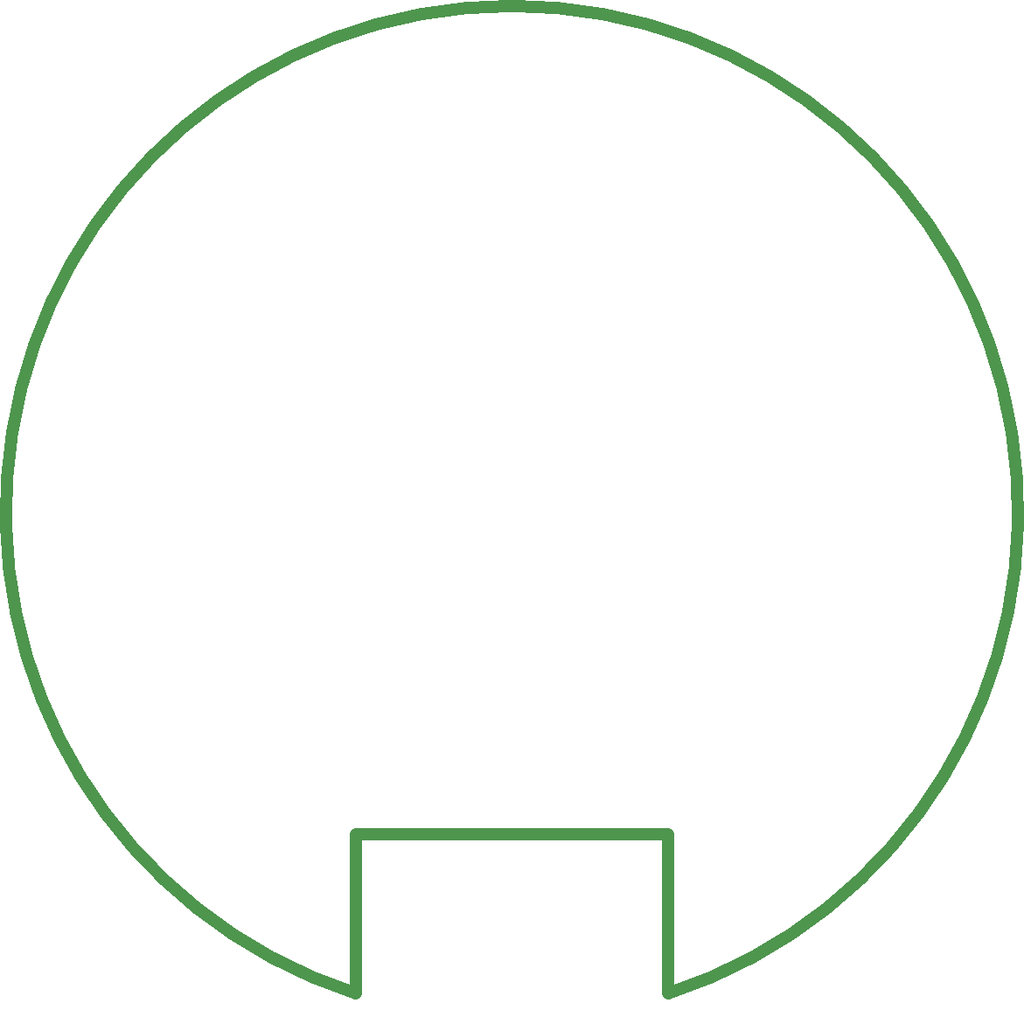
<source format=gko>
G04 Layer_Color=16720538*
%FSLAX24Y24*%
%MOIN*%
G70*
G01*
G75*
%ADD60C,0.0472*%
D60*
X35952Y11100D02*
G03*
X24048Y11100I-5952J18350D01*
G01*
X24048Y17167D02*
X24048Y11100D01*
X24048Y17167D02*
X24048Y17167D01*
X35945D01*
Y11107D02*
Y17167D01*
Y11107D02*
X35952Y11100D01*
M02*

</source>
